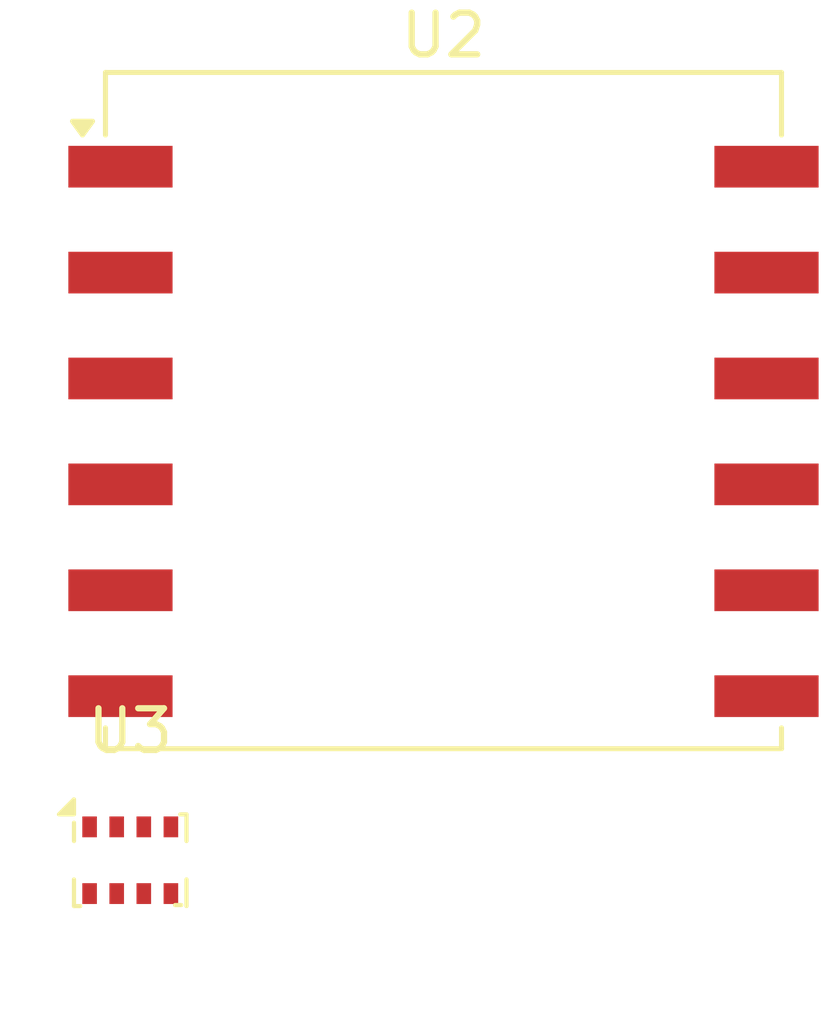
<source format=kicad_pcb>
(kicad_pcb (version 20241229) (generator "pcbnew") (generator_version "9.0")
  (layers (0 "F.Cu" signal) (2 "B.Cu" signal) (13 "F.Paste" user) (15 "B.Paste" user) (5 "F.SilkS" user "F.Silkscreen") (7 "B.SilkS" user "B.Silkscreen") (1 "F.Mask" user) (3 "B.Mask" user) (25 "Edge.Cuts" user))
  (net 0 "")
  (net 1 "Net-(U2-GND-Pad12)")
  (net 12 "/SPI2_NSS")
  (net 13 "/SPI2_MOSI")
  (net 14 "+3.3V")
  (net 15 "/SPI2_MISO")
  (net 16 "GND")
  (net 17 "/SPI2_SCK")
  (footprint "Package_LGA:Bosch_LGA-8_2x2.5mm_P0.65mm_ClockwisePinNumbering" (layer "F.Cu") (at 54.26 41.56)
    (property "Reference" "U3" (at 0 -3.1 0) (layer "F.SilkS"))
    (property "Value" "BMP280")
    (fp_line (start -1.35 -0.46) (end -1.35 -0.9) (stroke (width 0.1)) (layer "F.SilkS"))
    (fp_line (start -1.35 1.1) (end -1.35 0.46) (stroke (width 0.1)) (layer "F.SilkS"))
    (fp_line (start -1.35 1.1) (end -1.2 1.1) (stroke (width 0.1)) (layer "F.SilkS"))
    (fp_line (start 1.075 1.075) (end 1.225 1.075) (stroke (width 0.1)) (layer "F.SilkS"))
    (fp_line (start 1.2 -1.1) (end 1.35 -1.1) (stroke (width 0.1)) (layer "F.SilkS"))
    (fp_line (start 1.35 -0.46) (end 1.35 -1.1) (stroke (width 0.1)) (layer "F.SilkS"))
    (fp_line (start 1.35 1.1) (end 1.35 0.46) (stroke (width 0.1)) (layer "F.SilkS"))
    (fp_poly (pts (xy -1.35 -1.1) (xy -1.71 -1.1) (xy -1.35 -1.46) (xy -1.35 -1.1)) (stroke (width 0.1)) (fill yes) (layer "F.SilkS"))
    (pad "1" smd rect (at -0.975 -0.8 90) (size 0.5 0.35) (layers "F.Cu" "F.Mask" "F.Paste") (net 16 "GND"))
    (pad "2" smd rect (at -0.325 -0.8 90) (size 0.5 0.35) (layers "F.Cu" "F.Mask" "F.Paste") (net 12 "/SPI2_NSS"))
    (pad "3" smd rect (at 0.325 -0.8 90) (size 0.5 0.35) (layers "F.Cu" "F.Mask" "F.Paste") (net 13 "/SPI2_MOSI"))
    (pad "4" smd rect (at 0.975 -0.8 90) (size 0.5 0.35) (layers "F.Cu" "F.Mask" "F.Paste") (net 17 "/SPI2_SCK"))
    (pad "5" smd rect (at 0.975 0.8 90) (size 0.5 0.35) (layers "F.Cu" "F.Mask" "F.Paste") (net 15 "/SPI2_MISO"))
    (pad "6" smd rect (at 0.325 0.8 90) (size 0.5 0.35) (layers "F.Cu" "F.Mask" "F.Paste") (net 14 "+3.3V"))
    (pad "7" smd rect (at -0.325 0.8 90) (size 0.5 0.35) (layers "F.Cu" "F.Mask" "F.Paste") (net 16 "GND"))
    (pad "8" smd rect (at -0.975 0.8 90) (size 0.5 0.35) (layers "F.Cu" "F.Mask" "F.Paste") (net 14 "+3.3V"))
  )
  (footprint "RF_GPS:Quectel_L80-R" (layer "F.Cu") (at 61.775 30.775)
    (property "Reference" "U2" (at 0 -9 180) (layer "F.SilkS"))
    (property "Value" "L80-R")
    (fp_line (start -8.11 -8.11) (end -8.11 -6.61) (stroke (width 0.12)) (layer "F.SilkS"))
    (fp_line (start -8.11 8.11) (end -8.11 7.61) (stroke (width 0.12)) (layer "F.SilkS"))
    (fp_line (start 8.11 -8.11) (end -8.11 -8.11) (stroke (width 0.12)) (layer "F.SilkS"))
    (fp_line (start 8.11 -8.11) (end 8.11 -6.61) (stroke (width 0.12)) (layer "F.SilkS"))
    (fp_line (start 8.11 8.11) (end -8.11 8.11) (stroke (width 0.12)) (layer "F.SilkS"))
    (fp_line (start 8.11 8.11) (end 8.11 7.61) (stroke (width 0.12)) (layer "F.SilkS"))
    (fp_poly (pts (xy -8.66 -6.61) (xy -8.9 -6.94) (xy -8.42 -6.94) (xy -8.66 -6.61)) (stroke (width 0.12)) (fill yes) (layer "F.SilkS"))
    (pad "1" smd rect (at -7.75 -5.85 180) (size 2.5 1) (layers "F.Cu" "F.Mask" "F.Paste"))
    (pad "2" smd rect (at -7.75 -3.31 180) (size 2.5 1) (layers "F.Cu" "F.Mask" "F.Paste"))
    (pad "3" smd rect (at -7.75 -0.77 180) (size 2.5 1) (layers "F.Cu" "F.Mask" "F.Paste") (net 1 "Net-(U2-GND-Pad12)"))
    (pad "4" smd rect (at -7.75 1.77 180) (size 2.5 1) (layers "F.Cu" "F.Mask" "F.Paste"))
    (pad "5" smd rect (at -7.75 4.31 180) (size 2.5 1) (layers "F.Cu" "F.Mask" "F.Paste"))
    (pad "6" smd rect (at -7.75 6.85 180) (size 2.5 1) (layers "F.Cu" "F.Mask" "F.Paste"))
    (pad "7" smd rect (at 7.75 6.85 180) (size 2.5 1) (layers "F.Cu" "F.Mask" "F.Paste"))
    (pad "8" smd rect (at 7.75 4.31 180) (size 2.5 1) (layers "F.Cu" "F.Mask" "F.Paste"))
    (pad "9" smd rect (at 7.75 1.77 180) (size 2.5 1) (layers "F.Cu" "F.Mask" "F.Paste"))
    (pad "10" smd rect (at 7.75 -0.77 180) (size 2.5 1) (layers "F.Cu" "F.Mask" "F.Paste"))
    (pad "11" smd rect (at 7.75 -3.31 180) (size 2.5 1) (layers "F.Cu" "F.Mask" "F.Paste"))
    (pad "12" smd rect (at 7.75 -5.85 180) (size 2.5 1) (layers "F.Cu" "F.Mask" "F.Paste") (net 1 "Net-(U2-GND-Pad12)"))
  )
)
</source>
